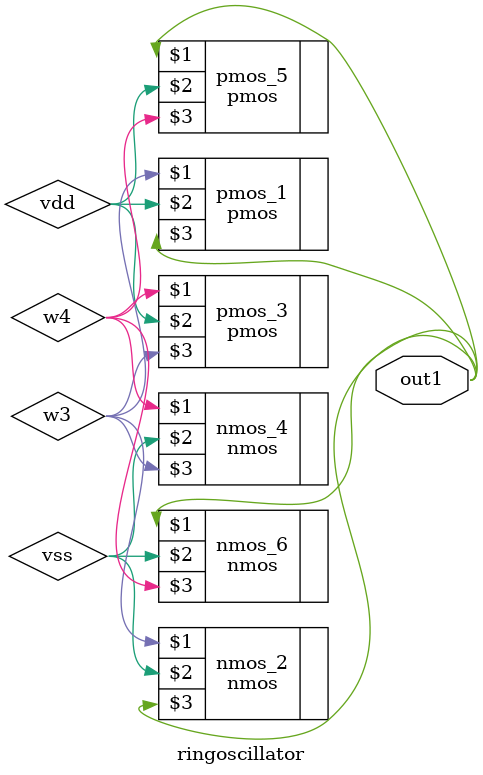
<source format=v>

module ringoscillator( out1);
 output out1;
 wire w3,w4;
 pmos #(24) pmos_1(w3,vdd,out1); // 2.0u 0.12u
 nmos #(24) nmos_2(w3,vss,out1); // 1.0u 0.12u
 pmos #(24) pmos_3(w4,vdd,w3); // 2.0u 0.12u
 nmos #(24) nmos_4(w4,vss,w3); // 1.0u 0.12u
 pmos #(31) pmos_5(out1,vdd,w4); // 2.0u 0.12u
 nmos #(31) nmos_6(out1,vss,w4); // 1.0u 0.12u
endmodule

// Simulation parameters in Verilog Format

// Simulation parameters

</source>
